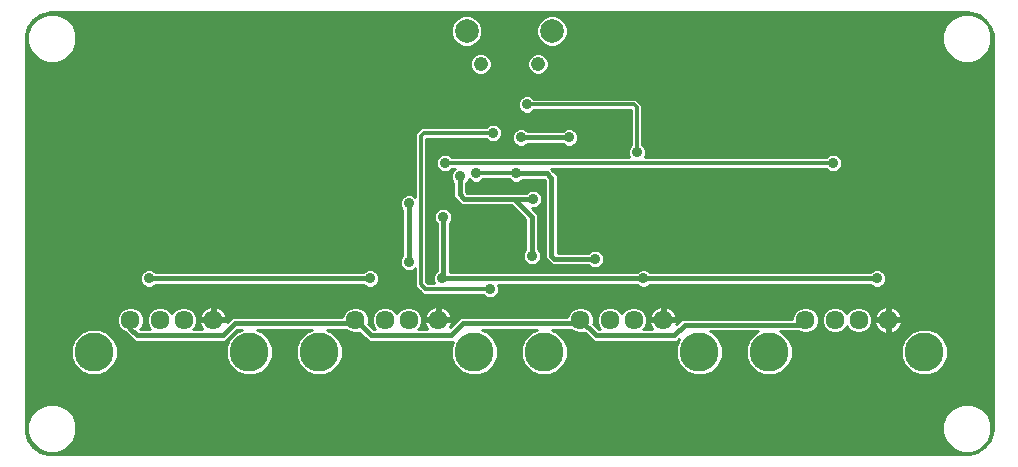
<source format=gbl>
G75*
%MOIN*%
%OFA0B0*%
%FSLAX24Y24*%
%IPPOS*%
%LPD*%
%AMOC8*
5,1,8,0,0,1.08239X$1,22.5*
%
%ADD10C,0.0634*%
%ADD11C,0.1300*%
%ADD12C,0.0476*%
%ADD13C,0.0787*%
%ADD14C,0.0100*%
%ADD15C,0.0350*%
%ADD16C,0.0160*%
%ADD17C,0.0120*%
D10*
X003847Y010714D03*
X004831Y010714D03*
X005619Y010714D03*
X006603Y010714D03*
X011347Y010714D03*
X012331Y010714D03*
X013119Y010714D03*
X014103Y010714D03*
X018847Y010714D03*
X019831Y010714D03*
X020619Y010714D03*
X021603Y010714D03*
X026347Y010714D03*
X027331Y010714D03*
X028119Y010714D03*
X029103Y010714D03*
D11*
X030312Y009647D03*
X025138Y009647D03*
X022812Y009647D03*
X017638Y009647D03*
X015312Y009647D03*
X010138Y009647D03*
X007812Y009647D03*
X002638Y009647D03*
D12*
X015520Y019248D03*
X017430Y019248D03*
D13*
X017896Y020350D03*
X015054Y020350D03*
D14*
X001089Y006241D02*
X000830Y006325D01*
X000610Y006485D01*
X000450Y006705D01*
X000366Y006964D01*
X000359Y007044D01*
X000360Y007044D01*
X000360Y020156D01*
X000359Y020156D01*
X000366Y020236D01*
X000450Y020495D01*
X000610Y020715D01*
X000830Y020875D01*
X000953Y020875D01*
X001062Y020920D02*
X000761Y020795D01*
X000761Y020795D01*
X000530Y020564D01*
X000405Y020263D01*
X000405Y019937D01*
X000530Y019636D01*
X000530Y019636D01*
X000761Y019405D01*
X001062Y019280D01*
X001262Y019280D01*
X001388Y019280D01*
X001388Y019280D01*
X001689Y019405D01*
X001689Y019405D01*
X001920Y019636D01*
X002045Y019937D01*
X002045Y020263D01*
X001920Y020564D01*
X001920Y020564D01*
X001689Y020795D01*
X001388Y020920D01*
X001062Y020920D01*
X001089Y020959D02*
X001169Y020966D01*
X001169Y020965D01*
X031781Y020965D01*
X031781Y020966D01*
X031861Y020959D01*
X032120Y020875D01*
X031997Y020875D01*
X031888Y020920D02*
X032189Y020795D01*
X032189Y020795D01*
X032420Y020564D01*
X032420Y020564D01*
X032545Y020263D01*
X032545Y019937D01*
X032420Y019636D01*
X032420Y019636D01*
X032189Y019405D01*
X032189Y019405D01*
X031888Y019280D01*
X031762Y019280D01*
X031562Y019280D01*
X031261Y019405D01*
X031261Y019405D01*
X031030Y019636D01*
X030905Y019937D01*
X030905Y020263D01*
X031030Y020564D01*
X031030Y020564D01*
X031261Y020795D01*
X031261Y020795D01*
X031562Y020920D01*
X031888Y020920D01*
X032120Y020875D02*
X032340Y020715D01*
X032500Y020495D01*
X032584Y020236D01*
X032591Y020156D01*
X032590Y020156D01*
X032590Y007057D01*
X032580Y006963D01*
X032485Y006698D01*
X032313Y006475D01*
X032080Y006316D01*
X031809Y006237D01*
X031723Y006233D01*
X031720Y006235D01*
X001169Y006235D01*
X001169Y006234D01*
X001089Y006241D01*
X001062Y006280D02*
X000761Y006405D01*
X000761Y006405D01*
X000530Y006636D01*
X000530Y006636D01*
X000405Y006937D01*
X000405Y007263D01*
X000530Y007564D01*
X000530Y007564D01*
X000761Y007795D01*
X000761Y007795D01*
X001062Y007920D01*
X001388Y007920D01*
X001689Y007795D01*
X001689Y007795D01*
X001920Y007564D01*
X002045Y007263D01*
X002045Y007263D01*
X002045Y006937D01*
X001920Y006636D01*
X001920Y006636D01*
X001689Y006405D01*
X001689Y006405D01*
X001388Y006280D01*
X001188Y006280D01*
X001062Y006280D01*
X001021Y006297D02*
X000916Y006297D01*
X000783Y006396D02*
X000733Y006396D01*
X000671Y006494D02*
X000603Y006494D01*
X000573Y006593D02*
X000532Y006593D01*
X000507Y006691D02*
X000460Y006691D01*
X000466Y006790D02*
X000422Y006790D01*
X000425Y006888D02*
X000390Y006888D01*
X000405Y006987D02*
X000364Y006987D01*
X000360Y007085D02*
X000405Y007085D01*
X000405Y007184D02*
X000360Y007184D01*
X000360Y007282D02*
X000413Y007282D01*
X000454Y007381D02*
X000360Y007381D01*
X000360Y007479D02*
X000494Y007479D01*
X000543Y007578D02*
X000360Y007578D01*
X000360Y007676D02*
X000641Y007676D01*
X000740Y007775D02*
X000360Y007775D01*
X000360Y007873D02*
X000948Y007873D01*
X000360Y007972D02*
X032590Y007972D01*
X032590Y008070D02*
X000360Y008070D01*
X000360Y008169D02*
X032590Y008169D01*
X032590Y008267D02*
X000360Y008267D01*
X000360Y008366D02*
X032590Y008366D01*
X032590Y008464D02*
X000360Y008464D01*
X000360Y008563D02*
X032590Y008563D01*
X032590Y008661D02*
X000360Y008661D01*
X000360Y008760D02*
X032590Y008760D01*
X032590Y008858D02*
X000360Y008858D01*
X000360Y008957D02*
X002268Y008957D01*
X002197Y008986D02*
X002483Y008867D01*
X002793Y008867D01*
X003080Y008986D01*
X003300Y009205D01*
X003418Y009492D01*
X003418Y009802D01*
X003300Y010089D01*
X003080Y010309D01*
X002793Y010427D01*
X002483Y010427D01*
X002197Y010309D01*
X001977Y010089D01*
X001858Y009802D01*
X001858Y009492D01*
X001977Y009205D01*
X002197Y008986D01*
X002128Y009055D02*
X000360Y009055D01*
X000360Y009154D02*
X002029Y009154D01*
X001958Y009252D02*
X000360Y009252D01*
X000360Y009351D02*
X001917Y009351D01*
X001876Y009449D02*
X000360Y009449D01*
X000360Y009548D02*
X001858Y009548D01*
X001858Y009646D02*
X000360Y009646D01*
X000360Y009745D02*
X001858Y009745D01*
X001875Y009843D02*
X000360Y009843D01*
X000360Y009942D02*
X001916Y009942D01*
X001957Y010040D02*
X000360Y010040D01*
X000360Y010139D02*
X002026Y010139D01*
X002125Y010237D02*
X000360Y010237D01*
X000360Y010336D02*
X002262Y010336D01*
X003015Y010336D02*
X003594Y010336D01*
X003594Y010335D02*
X003677Y010301D01*
X003865Y010113D01*
X003988Y009990D01*
X007012Y009990D01*
X007412Y010390D01*
X007566Y010390D01*
X007370Y010309D01*
X007150Y010089D01*
X007032Y009802D01*
X007032Y009492D01*
X007150Y009205D01*
X007370Y008986D01*
X007657Y008867D01*
X007967Y008867D01*
X008253Y008986D01*
X008473Y009205D01*
X008592Y009492D01*
X008592Y009802D01*
X008473Y010089D01*
X008253Y010309D01*
X008057Y010390D01*
X009893Y010390D01*
X009697Y010309D01*
X009477Y010089D01*
X009358Y009802D01*
X009358Y009492D01*
X009477Y009205D01*
X009697Y008986D01*
X009983Y008867D01*
X010293Y008867D01*
X010580Y008986D01*
X010800Y009205D01*
X010918Y009492D01*
X010918Y009802D01*
X010800Y010089D01*
X010580Y010309D01*
X010384Y010390D01*
X011039Y010390D01*
X011094Y010335D01*
X011258Y010267D01*
X011436Y010267D01*
X011487Y010289D01*
X011550Y010228D01*
X011665Y010113D01*
X011788Y009990D01*
X014609Y009990D01*
X014532Y009802D01*
X014532Y009492D01*
X014650Y009205D01*
X014870Y008986D01*
X015157Y008867D01*
X015467Y008867D01*
X015753Y008986D01*
X015973Y009205D01*
X016092Y009492D01*
X016092Y009802D01*
X015973Y010089D01*
X015753Y010309D01*
X015557Y010390D01*
X017393Y010390D01*
X017197Y010309D01*
X016977Y010089D01*
X016858Y009802D01*
X016858Y009492D01*
X016977Y009205D01*
X017197Y008986D01*
X017483Y008867D01*
X017793Y008867D01*
X018080Y008986D01*
X018300Y009205D01*
X018418Y009492D01*
X018418Y009802D01*
X018300Y010089D01*
X018080Y010309D01*
X017884Y010390D01*
X018539Y010390D01*
X018594Y010335D01*
X018758Y010267D01*
X018936Y010267D01*
X018989Y010289D01*
X019165Y010113D01*
X019288Y009990D01*
X022062Y009990D01*
X022143Y010071D01*
X022032Y009802D01*
X022032Y009492D01*
X022150Y009205D01*
X022370Y008986D01*
X022657Y008867D01*
X022967Y008867D01*
X023253Y008986D01*
X023473Y009205D01*
X023592Y009492D01*
X023592Y009802D01*
X023473Y010089D01*
X023253Y010309D01*
X023178Y010340D01*
X024772Y010340D01*
X024697Y010309D01*
X024477Y010089D01*
X024358Y009802D01*
X024358Y009492D01*
X024477Y009205D01*
X024697Y008986D01*
X024983Y008867D01*
X025293Y008867D01*
X025580Y008986D01*
X025800Y009205D01*
X025918Y009492D01*
X025918Y009802D01*
X025800Y010089D01*
X025580Y010309D01*
X025504Y010340D01*
X026089Y010340D01*
X026094Y010335D01*
X026258Y010267D01*
X026436Y010267D01*
X026600Y010335D01*
X026726Y010461D01*
X026794Y010625D01*
X026794Y010803D01*
X026726Y010967D01*
X026600Y011093D01*
X026436Y011161D01*
X026258Y011161D01*
X026094Y011093D01*
X025968Y010967D01*
X025900Y010803D01*
X025900Y010760D01*
X022238Y010760D01*
X022115Y010637D01*
X022047Y010569D01*
X022058Y010605D01*
X022068Y010666D01*
X021651Y010666D01*
X021651Y010763D01*
X021555Y010763D01*
X021555Y011179D01*
X021494Y011170D01*
X021424Y011147D01*
X021358Y011113D01*
X021299Y011070D01*
X021247Y011018D01*
X021204Y010959D01*
X021170Y010893D01*
X021148Y010824D01*
X021138Y010763D01*
X021555Y010763D01*
X021555Y010666D01*
X021138Y010666D01*
X021148Y010605D01*
X021170Y010535D01*
X021204Y010470D01*
X021247Y010410D01*
X020946Y010410D01*
X020998Y010461D01*
X021066Y010625D01*
X021066Y010803D01*
X020998Y010967D01*
X020872Y011093D01*
X020708Y011161D01*
X020530Y011161D01*
X020366Y011093D01*
X020240Y010967D01*
X020225Y010931D01*
X020210Y010967D01*
X020084Y011093D01*
X019920Y011161D01*
X019742Y011161D01*
X019578Y011093D01*
X019452Y010967D01*
X019384Y010803D01*
X019384Y010625D01*
X019452Y010461D01*
X019504Y010410D01*
X019462Y010410D01*
X019280Y010592D01*
X019294Y010625D01*
X019294Y010803D01*
X019226Y010967D01*
X019100Y011093D01*
X018936Y011161D01*
X018758Y011161D01*
X018594Y011093D01*
X018468Y010967D01*
X018403Y010810D01*
X014838Y010810D01*
X014715Y010687D01*
X014507Y010479D01*
X014536Y010535D01*
X014558Y010605D01*
X014568Y010666D01*
X014151Y010666D01*
X014151Y010763D01*
X014055Y010763D01*
X014055Y011179D01*
X013994Y011170D01*
X013924Y011147D01*
X013858Y011113D01*
X013799Y011070D01*
X013747Y011018D01*
X013704Y010959D01*
X013670Y010893D01*
X013648Y010824D01*
X013638Y010763D01*
X014055Y010763D01*
X014055Y010666D01*
X013638Y010666D01*
X013648Y010605D01*
X013670Y010535D01*
X013704Y010470D01*
X013747Y010410D01*
X013446Y010410D01*
X013498Y010461D01*
X013566Y010625D01*
X013566Y010803D01*
X013498Y010967D01*
X013372Y011093D01*
X013208Y011161D01*
X013030Y011161D01*
X012866Y011093D01*
X012740Y010967D01*
X012725Y010931D01*
X012710Y010967D01*
X012584Y011093D01*
X012420Y011161D01*
X012242Y011161D01*
X012078Y011093D01*
X011952Y010967D01*
X011884Y010803D01*
X011884Y010625D01*
X011952Y010461D01*
X012004Y010410D01*
X011962Y010410D01*
X011905Y010467D01*
X011905Y010469D01*
X011844Y010528D01*
X011784Y010588D01*
X011782Y010588D01*
X011779Y010590D01*
X011794Y010625D01*
X011794Y010803D01*
X011726Y010967D01*
X011600Y011093D01*
X011436Y011161D01*
X011258Y011161D01*
X011094Y011093D01*
X010968Y010967D01*
X010903Y010810D01*
X007238Y010810D01*
X007115Y010687D01*
X007063Y010635D01*
X007068Y010666D01*
X006651Y010666D01*
X006651Y010763D01*
X006555Y010763D01*
X006555Y011179D01*
X006494Y011170D01*
X006424Y011147D01*
X006358Y011113D01*
X006299Y011070D01*
X006247Y011018D01*
X006204Y010959D01*
X006170Y010893D01*
X006148Y010824D01*
X006138Y010763D01*
X006555Y010763D01*
X006555Y010666D01*
X006138Y010666D01*
X006148Y010605D01*
X006170Y010535D01*
X006204Y010470D01*
X006247Y010410D01*
X005946Y010410D01*
X005998Y010461D01*
X006066Y010625D01*
X006066Y010803D01*
X005998Y010967D01*
X005872Y011093D01*
X005708Y011161D01*
X005530Y011161D01*
X005366Y011093D01*
X005240Y010967D01*
X005225Y010931D01*
X005210Y010967D01*
X005084Y011093D01*
X004920Y011161D01*
X004742Y011161D01*
X004578Y011093D01*
X004452Y010967D01*
X004384Y010803D01*
X004384Y010625D01*
X004452Y010461D01*
X004504Y010410D01*
X004175Y010410D01*
X004226Y010461D01*
X004294Y010625D01*
X004294Y010803D01*
X004226Y010967D01*
X004100Y011093D01*
X003936Y011161D01*
X003758Y011161D01*
X003594Y011093D01*
X003468Y010967D01*
X003400Y010803D01*
X003400Y010625D01*
X003468Y010461D01*
X003594Y010335D01*
X003495Y010434D02*
X000360Y010434D01*
X000360Y010533D02*
X003439Y010533D01*
X003400Y010631D02*
X000360Y010631D01*
X000360Y010730D02*
X003400Y010730D01*
X003410Y010828D02*
X000360Y010828D01*
X000360Y010927D02*
X003451Y010927D01*
X003526Y011025D02*
X000360Y011025D01*
X000360Y011124D02*
X003667Y011124D01*
X004027Y011124D02*
X004652Y011124D01*
X004510Y011025D02*
X004168Y011025D01*
X004243Y010927D02*
X004436Y010927D01*
X004395Y010828D02*
X004284Y010828D01*
X004294Y010730D02*
X004384Y010730D01*
X004384Y010631D02*
X004294Y010631D01*
X004255Y010533D02*
X004423Y010533D01*
X004480Y010434D02*
X004199Y010434D01*
X003741Y010237D02*
X003152Y010237D01*
X003250Y010139D02*
X003840Y010139D01*
X003938Y010040D02*
X003320Y010040D01*
X003361Y009942D02*
X007089Y009942D01*
X007062Y010040D02*
X007130Y010040D01*
X007160Y010139D02*
X007200Y010139D01*
X007259Y010237D02*
X007298Y010237D01*
X007357Y010336D02*
X007435Y010336D01*
X007158Y010730D02*
X006651Y010730D01*
X006651Y010763D02*
X007068Y010763D01*
X007058Y010824D01*
X007036Y010893D01*
X007002Y010959D01*
X006959Y011018D01*
X006907Y011070D01*
X006848Y011113D01*
X006782Y011147D01*
X006712Y011170D01*
X006651Y011179D01*
X006651Y010763D01*
X006651Y010828D02*
X006555Y010828D01*
X006555Y010730D02*
X006066Y010730D01*
X006055Y010828D02*
X006149Y010828D01*
X006187Y010927D02*
X006014Y010927D01*
X005940Y011025D02*
X006254Y011025D01*
X006378Y011124D02*
X005798Y011124D01*
X005439Y011124D02*
X005011Y011124D01*
X005152Y011025D02*
X005298Y011025D01*
X006066Y010631D02*
X006143Y010631D01*
X006172Y010533D02*
X006027Y010533D01*
X005970Y010434D02*
X006230Y010434D01*
X006247Y010410D02*
X006247Y010410D01*
X006555Y010927D02*
X006651Y010927D01*
X006651Y011025D02*
X006555Y011025D01*
X006555Y011124D02*
X006651Y011124D01*
X006828Y011124D02*
X011167Y011124D01*
X011026Y011025D02*
X006952Y011025D01*
X007019Y010927D02*
X010951Y010927D01*
X010910Y010828D02*
X007057Y010828D01*
X008188Y010336D02*
X009762Y010336D01*
X009625Y010237D02*
X008325Y010237D01*
X008424Y010139D02*
X009526Y010139D01*
X009457Y010040D02*
X008493Y010040D01*
X008534Y009942D02*
X009416Y009942D01*
X009375Y009843D02*
X008575Y009843D01*
X008592Y009745D02*
X009358Y009745D01*
X009358Y009646D02*
X008592Y009646D01*
X008592Y009548D02*
X009358Y009548D01*
X009376Y009449D02*
X008574Y009449D01*
X008533Y009351D02*
X009417Y009351D01*
X009458Y009252D02*
X008492Y009252D01*
X008421Y009154D02*
X009529Y009154D01*
X009628Y009055D02*
X008322Y009055D01*
X008182Y008957D02*
X009768Y008957D01*
X010509Y008957D02*
X014941Y008957D01*
X014801Y009055D02*
X010649Y009055D01*
X010748Y009154D02*
X014702Y009154D01*
X014631Y009252D02*
X010819Y009252D01*
X010860Y009351D02*
X014590Y009351D01*
X014550Y009449D02*
X010900Y009449D01*
X010918Y009548D02*
X014532Y009548D01*
X014532Y009646D02*
X010918Y009646D01*
X010918Y009745D02*
X014532Y009745D01*
X014548Y009843D02*
X010902Y009843D01*
X010861Y009942D02*
X014589Y009942D01*
X014561Y010533D02*
X014534Y010533D01*
X014562Y010631D02*
X014659Y010631D01*
X014758Y010730D02*
X014151Y010730D01*
X014151Y010763D02*
X014568Y010763D01*
X014558Y010824D01*
X014536Y010893D01*
X014502Y010959D01*
X014459Y011018D01*
X014407Y011070D01*
X014348Y011113D01*
X014282Y011147D01*
X014212Y011170D01*
X014151Y011179D01*
X014151Y010763D01*
X014151Y010828D02*
X014055Y010828D01*
X014055Y010730D02*
X013566Y010730D01*
X013555Y010828D02*
X013649Y010828D01*
X013687Y010927D02*
X013514Y010927D01*
X013440Y011025D02*
X013754Y011025D01*
X013878Y011124D02*
X013298Y011124D01*
X012939Y011124D02*
X012511Y011124D01*
X012652Y011025D02*
X012798Y011025D01*
X012152Y011124D02*
X011527Y011124D01*
X011668Y011025D02*
X012010Y011025D01*
X011936Y010927D02*
X011743Y010927D01*
X011784Y010828D02*
X011895Y010828D01*
X011884Y010730D02*
X011794Y010730D01*
X011794Y010631D02*
X011884Y010631D01*
X011923Y010533D02*
X011839Y010533D01*
X011938Y010434D02*
X011980Y010434D01*
X011541Y010237D02*
X010652Y010237D01*
X010750Y010139D02*
X011640Y010139D01*
X011738Y010040D02*
X010820Y010040D01*
X011094Y010336D02*
X010515Y010336D01*
X011652Y011841D02*
X011764Y011795D01*
X011886Y011795D01*
X011998Y011841D01*
X012084Y011927D01*
X012130Y012039D01*
X012130Y012161D01*
X012084Y012273D01*
X011998Y012359D01*
X011886Y012405D01*
X011764Y012405D01*
X011652Y012359D01*
X011604Y012310D01*
X004696Y012310D01*
X004648Y012359D01*
X004536Y012405D01*
X004414Y012405D01*
X004302Y012359D01*
X004216Y012273D01*
X004170Y012161D01*
X004170Y012039D01*
X004216Y011927D01*
X004302Y011841D01*
X004414Y011795D01*
X004536Y011795D01*
X004648Y011841D01*
X004696Y011890D01*
X011604Y011890D01*
X011652Y011841D01*
X011721Y011813D02*
X004579Y011813D01*
X004371Y011813D02*
X000360Y011813D01*
X000360Y011715D02*
X013442Y011715D01*
X013485Y011671D02*
X013596Y011560D01*
X015584Y011560D01*
X015652Y011491D01*
X015764Y011445D01*
X015886Y011445D01*
X015998Y011491D01*
X016084Y011577D01*
X016130Y011689D01*
X016130Y011811D01*
X016097Y011890D01*
X020724Y011890D01*
X020772Y011841D01*
X020884Y011795D01*
X021006Y011795D01*
X021118Y011841D01*
X021166Y011890D01*
X028504Y011890D01*
X028552Y011841D01*
X028664Y011795D01*
X028786Y011795D01*
X028898Y011841D01*
X028984Y011927D01*
X029030Y012039D01*
X029030Y012161D01*
X028984Y012273D01*
X028898Y012359D01*
X028786Y012405D01*
X028664Y012405D01*
X028552Y012359D01*
X028504Y012310D01*
X021166Y012310D01*
X021118Y012359D01*
X021006Y012405D01*
X020884Y012405D01*
X020772Y012359D01*
X020724Y012310D01*
X014485Y012310D01*
X014485Y013929D01*
X014534Y013977D01*
X014580Y014089D01*
X014580Y014211D01*
X014534Y014323D01*
X014448Y014409D01*
X014336Y014455D01*
X014214Y014455D01*
X014102Y014409D01*
X014016Y014323D01*
X013970Y014211D01*
X013970Y014089D01*
X014016Y013977D01*
X014065Y013929D01*
X014065Y012364D01*
X014052Y012359D01*
X013966Y012273D01*
X013920Y012161D01*
X013920Y012039D01*
X013961Y011940D01*
X013754Y011940D01*
X013715Y011979D01*
X013715Y016760D01*
X015684Y016760D01*
X015752Y016691D01*
X015864Y016645D01*
X015986Y016645D01*
X016098Y016691D01*
X016184Y016777D01*
X016230Y016889D01*
X016230Y017011D01*
X016184Y017123D01*
X016098Y017209D01*
X015986Y017255D01*
X015864Y017255D01*
X015752Y017209D01*
X015684Y017140D01*
X013546Y017140D01*
X013446Y017040D01*
X013335Y016929D01*
X013335Y014821D01*
X013298Y014859D01*
X013186Y014905D01*
X013064Y014905D01*
X012952Y014859D01*
X012866Y014773D01*
X012820Y014661D01*
X012820Y014539D01*
X012866Y014427D01*
X012915Y014379D01*
X012915Y012871D01*
X012866Y012823D01*
X012820Y012711D01*
X012820Y012589D01*
X012866Y012477D01*
X012952Y012391D01*
X013064Y012345D01*
X013186Y012345D01*
X013298Y012391D01*
X013335Y012429D01*
X013335Y011821D01*
X013485Y011671D01*
X013540Y011616D02*
X000360Y011616D01*
X000360Y011518D02*
X015626Y011518D01*
X016024Y011518D02*
X032590Y011518D01*
X032590Y011616D02*
X016100Y011616D01*
X016130Y011715D02*
X032590Y011715D01*
X032590Y011813D02*
X028829Y011813D01*
X028968Y011912D02*
X032590Y011912D01*
X032590Y012010D02*
X029018Y012010D01*
X029030Y012109D02*
X032590Y012109D01*
X032590Y012207D02*
X029011Y012207D01*
X028951Y012306D02*
X032590Y012306D01*
X032590Y012404D02*
X028788Y012404D01*
X028662Y012404D02*
X021008Y012404D01*
X020882Y012404D02*
X014485Y012404D01*
X014485Y012503D02*
X019141Y012503D01*
X019152Y012491D02*
X019264Y012445D01*
X019386Y012445D01*
X019498Y012491D01*
X019584Y012577D01*
X019630Y012689D01*
X019630Y012811D01*
X019584Y012923D01*
X019498Y013009D01*
X019386Y013055D01*
X019264Y013055D01*
X019152Y013009D01*
X019104Y012960D01*
X018085Y012960D01*
X018085Y015537D01*
X017935Y015687D01*
X017862Y015760D01*
X027034Y015760D01*
X027102Y015691D01*
X027214Y015645D01*
X027336Y015645D01*
X027448Y015691D01*
X027534Y015777D01*
X027580Y015889D01*
X027580Y016011D01*
X027534Y016123D01*
X027448Y016209D01*
X027336Y016255D01*
X027214Y016255D01*
X027102Y016209D01*
X027034Y016140D01*
X020989Y016140D01*
X021030Y016239D01*
X021030Y016361D01*
X020984Y016473D01*
X020915Y016541D01*
X032590Y016541D01*
X032590Y016443D02*
X020996Y016443D01*
X021030Y016344D02*
X032590Y016344D01*
X032590Y016246D02*
X027359Y016246D01*
X027191Y016246D02*
X021030Y016246D01*
X020992Y016147D02*
X027041Y016147D01*
X027041Y015753D02*
X017869Y015753D01*
X017967Y015655D02*
X027191Y015655D01*
X027359Y015655D02*
X032590Y015655D01*
X032590Y015753D02*
X027509Y015753D01*
X027564Y015852D02*
X032590Y015852D01*
X032590Y015950D02*
X027580Y015950D01*
X027564Y016049D02*
X032590Y016049D01*
X032590Y016147D02*
X027509Y016147D01*
X031278Y019398D02*
X017766Y019398D01*
X017742Y019456D02*
X017638Y019560D01*
X017503Y019616D01*
X017357Y019616D01*
X017221Y019560D01*
X017118Y019456D01*
X017062Y019321D01*
X017062Y019174D01*
X017118Y019039D01*
X017221Y018936D01*
X017357Y018880D01*
X017503Y018880D01*
X017638Y018936D01*
X017742Y019039D01*
X017798Y019174D01*
X017798Y019321D01*
X017742Y019456D01*
X017702Y019496D02*
X031169Y019496D01*
X031071Y019595D02*
X017554Y019595D01*
X017305Y019595D02*
X015645Y019595D01*
X015593Y019616D02*
X015447Y019616D01*
X015312Y019560D01*
X015208Y019456D01*
X015152Y019321D01*
X015152Y019174D01*
X015208Y019039D01*
X015312Y018936D01*
X015447Y018880D01*
X015593Y018880D01*
X015729Y018936D01*
X015832Y019039D01*
X015888Y019174D01*
X015888Y019321D01*
X015832Y019456D01*
X015729Y019560D01*
X015593Y019616D01*
X015396Y019595D02*
X001879Y019595D01*
X001920Y019636D02*
X001920Y019636D01*
X001944Y019693D02*
X031006Y019693D01*
X031030Y019636D02*
X031030Y019636D01*
X030965Y019792D02*
X001985Y019792D01*
X002026Y019890D02*
X014796Y019890D01*
X014757Y019906D02*
X014950Y019826D01*
X015158Y019826D01*
X015350Y019906D01*
X015498Y020053D01*
X015577Y020246D01*
X015577Y020454D01*
X015498Y020647D01*
X015350Y020794D01*
X015158Y020874D01*
X014950Y020874D01*
X014757Y020794D01*
X014610Y020647D01*
X014530Y020454D01*
X014530Y020246D01*
X014610Y020053D01*
X014757Y019906D01*
X014675Y019989D02*
X002045Y019989D01*
X002045Y020087D02*
X014596Y020087D01*
X014555Y020186D02*
X002045Y020186D01*
X002036Y020284D02*
X014530Y020284D01*
X014530Y020383D02*
X001996Y020383D01*
X001955Y020481D02*
X014541Y020481D01*
X014582Y020580D02*
X001905Y020580D01*
X001807Y020678D02*
X014641Y020678D01*
X014740Y020777D02*
X001708Y020777D01*
X001689Y020795D02*
X001689Y020795D01*
X001497Y020875D02*
X031453Y020875D01*
X031242Y020777D02*
X018210Y020777D01*
X018193Y020794D02*
X018000Y020874D01*
X017792Y020874D01*
X017600Y020794D01*
X017452Y020647D01*
X017373Y020454D01*
X017373Y020246D01*
X017452Y020053D01*
X017600Y019906D01*
X017792Y019826D01*
X018000Y019826D01*
X018193Y019906D01*
X018340Y020053D01*
X018420Y020246D01*
X018420Y020454D01*
X018340Y020647D01*
X018193Y020794D01*
X018309Y020678D02*
X031143Y020678D01*
X031045Y020580D02*
X018368Y020580D01*
X018409Y020481D02*
X030995Y020481D01*
X030954Y020383D02*
X018420Y020383D01*
X018420Y020284D02*
X030914Y020284D01*
X030905Y020186D02*
X018395Y020186D01*
X018354Y020087D02*
X030905Y020087D01*
X030905Y019989D02*
X018275Y019989D01*
X018154Y019890D02*
X030924Y019890D01*
X031516Y019299D02*
X017798Y019299D01*
X017798Y019201D02*
X032590Y019201D01*
X032590Y019299D02*
X031934Y019299D01*
X031888Y019280D02*
X031888Y019280D01*
X032172Y019398D02*
X032590Y019398D01*
X032590Y019496D02*
X032281Y019496D01*
X032379Y019595D02*
X032590Y019595D01*
X032590Y019693D02*
X032444Y019693D01*
X032485Y019792D02*
X032590Y019792D01*
X032590Y019890D02*
X032526Y019890D01*
X032545Y019989D02*
X032590Y019989D01*
X032590Y020087D02*
X032545Y020087D01*
X032545Y020186D02*
X032588Y020186D01*
X032569Y020284D02*
X032536Y020284D01*
X032537Y020383D02*
X032496Y020383D01*
X032505Y020481D02*
X032455Y020481D01*
X032439Y020580D02*
X032405Y020580D01*
X032367Y020678D02*
X032307Y020678D01*
X032256Y020777D02*
X032208Y020777D01*
X032590Y019102D02*
X017768Y019102D01*
X017706Y019004D02*
X032590Y019004D01*
X032590Y018905D02*
X017565Y018905D01*
X017295Y018905D02*
X015655Y018905D01*
X015797Y019004D02*
X017153Y019004D01*
X017092Y019102D02*
X015858Y019102D01*
X015888Y019201D02*
X017062Y019201D01*
X017062Y019299D02*
X015888Y019299D01*
X015857Y019398D02*
X017093Y019398D01*
X017158Y019496D02*
X015792Y019496D01*
X015248Y019496D02*
X001781Y019496D01*
X001672Y019398D02*
X015184Y019398D01*
X015152Y019299D02*
X001434Y019299D01*
X001016Y019299D02*
X000360Y019299D01*
X000360Y019201D02*
X015152Y019201D01*
X015182Y019102D02*
X000360Y019102D01*
X000360Y019004D02*
X015244Y019004D01*
X015385Y018905D02*
X000360Y018905D01*
X000360Y018807D02*
X032590Y018807D01*
X032590Y018708D02*
X000360Y018708D01*
X000360Y018610D02*
X032590Y018610D01*
X032590Y018511D02*
X000360Y018511D01*
X000360Y018413D02*
X032590Y018413D01*
X032590Y018314D02*
X000360Y018314D01*
X000360Y018216D02*
X032590Y018216D01*
X032590Y018117D02*
X017289Y018117D01*
X017316Y018090D02*
X017248Y018159D01*
X017136Y018205D01*
X017014Y018205D01*
X016902Y018159D01*
X016816Y018073D01*
X016770Y017961D01*
X016770Y017839D01*
X016816Y017727D01*
X016902Y017641D01*
X017014Y017595D01*
X017136Y017595D01*
X017248Y017641D01*
X017316Y017710D01*
X020535Y017710D01*
X020535Y016541D01*
X018647Y016541D01*
X018648Y016541D02*
X018734Y016627D01*
X018780Y016739D01*
X018780Y016861D01*
X018734Y016973D01*
X018648Y017059D01*
X018536Y017105D01*
X018414Y017105D01*
X018302Y017059D01*
X018254Y017010D01*
X017096Y017010D01*
X017048Y017059D01*
X016936Y017105D01*
X016814Y017105D01*
X016702Y017059D01*
X016616Y016973D01*
X016570Y016861D01*
X016570Y016739D01*
X016616Y016627D01*
X016702Y016541D01*
X016814Y016495D01*
X016936Y016495D01*
X017048Y016541D01*
X017096Y016590D01*
X018254Y016590D01*
X018302Y016541D01*
X018414Y016495D01*
X018536Y016495D01*
X018648Y016541D01*
X018739Y016640D02*
X020535Y016640D01*
X020535Y016738D02*
X018779Y016738D01*
X018780Y016837D02*
X020535Y016837D01*
X020535Y016935D02*
X018749Y016935D01*
X018673Y017034D02*
X020535Y017034D01*
X020535Y017132D02*
X016174Y017132D01*
X016221Y017034D02*
X016677Y017034D01*
X016601Y016935D02*
X016230Y016935D01*
X016208Y016837D02*
X016570Y016837D01*
X016571Y016738D02*
X016144Y016738D01*
X015706Y016738D02*
X013715Y016738D01*
X013715Y016640D02*
X016611Y016640D01*
X016703Y016541D02*
X013715Y016541D01*
X013715Y016443D02*
X020454Y016443D01*
X020466Y016473D02*
X020420Y016361D01*
X020420Y016239D01*
X020461Y016140D01*
X014566Y016140D01*
X014498Y016209D01*
X014386Y016255D01*
X014264Y016255D01*
X014152Y016209D01*
X014066Y016123D01*
X014020Y016011D01*
X014020Y015889D01*
X014066Y015777D01*
X014152Y015691D01*
X014264Y015645D01*
X014386Y015645D01*
X014498Y015691D01*
X014566Y015760D01*
X014656Y015760D01*
X014652Y015759D01*
X014566Y015673D01*
X014520Y015561D01*
X014520Y015439D01*
X014566Y015327D01*
X014615Y015279D01*
X014615Y014813D01*
X014738Y014690D01*
X014888Y014540D01*
X016538Y014540D01*
X017015Y014063D01*
X017015Y013071D01*
X016966Y013023D01*
X016920Y012911D01*
X016920Y012789D01*
X016966Y012677D01*
X017052Y012591D01*
X017164Y012545D01*
X017286Y012545D01*
X017398Y012591D01*
X017484Y012677D01*
X017530Y012789D01*
X017530Y012911D01*
X017484Y013023D01*
X017435Y013071D01*
X017435Y014237D01*
X017227Y014445D01*
X017336Y014445D01*
X017448Y014491D01*
X017534Y014577D01*
X017580Y014689D01*
X017580Y014811D01*
X017534Y014923D01*
X017448Y015009D01*
X017336Y015055D01*
X017214Y015055D01*
X017102Y015009D01*
X017054Y014960D01*
X015062Y014960D01*
X015035Y014987D01*
X015035Y015279D01*
X015084Y015327D01*
X015122Y015421D01*
X015202Y015341D01*
X015314Y015295D01*
X015436Y015295D01*
X015548Y015341D01*
X015616Y015410D01*
X016464Y015410D01*
X016532Y015341D01*
X016644Y015295D01*
X016766Y015295D01*
X016878Y015341D01*
X016926Y015390D01*
X017638Y015390D01*
X017665Y015363D01*
X017665Y012763D01*
X017788Y012640D01*
X017888Y012540D01*
X019104Y012540D01*
X019152Y012491D01*
X019509Y012503D02*
X032590Y012503D01*
X032590Y012601D02*
X019593Y012601D01*
X019630Y012700D02*
X032590Y012700D01*
X032590Y012798D02*
X019630Y012798D01*
X019594Y012897D02*
X032590Y012897D01*
X032590Y012995D02*
X019511Y012995D01*
X019139Y012995D02*
X018085Y012995D01*
X018085Y013094D02*
X032590Y013094D01*
X032590Y013192D02*
X018085Y013192D01*
X018085Y013291D02*
X032590Y013291D01*
X032590Y013389D02*
X018085Y013389D01*
X018085Y013488D02*
X032590Y013488D01*
X032590Y013586D02*
X018085Y013586D01*
X018085Y013685D02*
X032590Y013685D01*
X032590Y013783D02*
X018085Y013783D01*
X018085Y013882D02*
X032590Y013882D01*
X032590Y013980D02*
X018085Y013980D01*
X018085Y014079D02*
X032590Y014079D01*
X032590Y014177D02*
X018085Y014177D01*
X018085Y014276D02*
X032590Y014276D01*
X032590Y014374D02*
X018085Y014374D01*
X018085Y014473D02*
X032590Y014473D01*
X032590Y014571D02*
X018085Y014571D01*
X018085Y014670D02*
X032590Y014670D01*
X032590Y014768D02*
X018085Y014768D01*
X018085Y014867D02*
X032590Y014867D01*
X032590Y014965D02*
X018085Y014965D01*
X018085Y015064D02*
X032590Y015064D01*
X032590Y015162D02*
X018085Y015162D01*
X018085Y015261D02*
X032590Y015261D01*
X032590Y015359D02*
X018085Y015359D01*
X018085Y015458D02*
X032590Y015458D01*
X032590Y015556D02*
X018066Y015556D01*
X017665Y015359D02*
X016895Y015359D01*
X016515Y015359D02*
X015565Y015359D01*
X015185Y015359D02*
X015097Y015359D01*
X015035Y015261D02*
X017665Y015261D01*
X017665Y015162D02*
X015035Y015162D01*
X015035Y015064D02*
X017665Y015064D01*
X017665Y014965D02*
X017491Y014965D01*
X017557Y014867D02*
X017665Y014867D01*
X017665Y014768D02*
X017580Y014768D01*
X017572Y014670D02*
X017665Y014670D01*
X017665Y014571D02*
X017527Y014571D01*
X017402Y014473D02*
X017665Y014473D01*
X017665Y014374D02*
X017298Y014374D01*
X017396Y014276D02*
X017665Y014276D01*
X017665Y014177D02*
X017435Y014177D01*
X017435Y014079D02*
X017665Y014079D01*
X017665Y013980D02*
X017435Y013980D01*
X017435Y013882D02*
X017665Y013882D01*
X017665Y013783D02*
X017435Y013783D01*
X017435Y013685D02*
X017665Y013685D01*
X017665Y013586D02*
X017435Y013586D01*
X017435Y013488D02*
X017665Y013488D01*
X017665Y013389D02*
X017435Y013389D01*
X017435Y013291D02*
X017665Y013291D01*
X017665Y013192D02*
X017435Y013192D01*
X017435Y013094D02*
X017665Y013094D01*
X017665Y012995D02*
X017495Y012995D01*
X017530Y012897D02*
X017665Y012897D01*
X017665Y012798D02*
X017530Y012798D01*
X017493Y012700D02*
X017728Y012700D01*
X017827Y012601D02*
X017407Y012601D01*
X017043Y012601D02*
X014485Y012601D01*
X014485Y012700D02*
X016957Y012700D01*
X016920Y012798D02*
X014485Y012798D01*
X014485Y012897D02*
X016920Y012897D01*
X016955Y012995D02*
X014485Y012995D01*
X014485Y013094D02*
X017015Y013094D01*
X017015Y013192D02*
X014485Y013192D01*
X014485Y013291D02*
X017015Y013291D01*
X017015Y013389D02*
X014485Y013389D01*
X014485Y013488D02*
X017015Y013488D01*
X017015Y013586D02*
X014485Y013586D01*
X014485Y013685D02*
X017015Y013685D01*
X017015Y013783D02*
X014485Y013783D01*
X014485Y013882D02*
X017015Y013882D01*
X017015Y013980D02*
X014535Y013980D01*
X014576Y014079D02*
X016999Y014079D01*
X016901Y014177D02*
X014580Y014177D01*
X014553Y014276D02*
X016802Y014276D01*
X016704Y014374D02*
X014482Y014374D01*
X014758Y014670D02*
X013715Y014670D01*
X013715Y014768D02*
X014660Y014768D01*
X014615Y014867D02*
X013715Y014867D01*
X013715Y014965D02*
X014615Y014965D01*
X014615Y015064D02*
X013715Y015064D01*
X013715Y015162D02*
X014615Y015162D01*
X014615Y015261D02*
X013715Y015261D01*
X013715Y015359D02*
X014553Y015359D01*
X014520Y015458D02*
X013715Y015458D01*
X013715Y015556D02*
X014520Y015556D01*
X014559Y015655D02*
X014409Y015655D01*
X014241Y015655D02*
X013715Y015655D01*
X013715Y015753D02*
X014091Y015753D01*
X014036Y015852D02*
X013715Y015852D01*
X013715Y015950D02*
X014020Y015950D01*
X014036Y016049D02*
X013715Y016049D01*
X013715Y016147D02*
X014091Y016147D01*
X014241Y016246D02*
X013715Y016246D01*
X013715Y016344D02*
X020420Y016344D01*
X020420Y016246D02*
X014409Y016246D01*
X014559Y016147D02*
X020458Y016147D01*
X020466Y016473D02*
X020535Y016541D01*
X020915Y016541D02*
X020915Y017879D01*
X020804Y017990D01*
X020704Y018090D01*
X017316Y018090D01*
X016861Y018117D02*
X000360Y018117D01*
X000360Y018019D02*
X016794Y018019D01*
X016770Y017920D02*
X000360Y017920D01*
X000360Y017822D02*
X016777Y017822D01*
X016821Y017723D02*
X000360Y017723D01*
X000360Y017625D02*
X016943Y017625D01*
X017207Y017625D02*
X020535Y017625D01*
X020535Y017526D02*
X000360Y017526D01*
X000360Y017428D02*
X020535Y017428D01*
X020535Y017329D02*
X000360Y017329D01*
X000360Y017231D02*
X015805Y017231D01*
X016045Y017231D02*
X020535Y017231D01*
X020915Y017231D02*
X032590Y017231D01*
X032590Y017329D02*
X020915Y017329D01*
X020915Y017428D02*
X032590Y017428D01*
X032590Y017526D02*
X020915Y017526D01*
X020915Y017625D02*
X032590Y017625D01*
X032590Y017723D02*
X020915Y017723D01*
X020915Y017822D02*
X032590Y017822D01*
X032590Y017920D02*
X020874Y017920D01*
X020775Y018019D02*
X032590Y018019D01*
X032590Y017132D02*
X020915Y017132D01*
X020915Y017034D02*
X032590Y017034D01*
X032590Y016935D02*
X020915Y016935D01*
X020915Y016837D02*
X032590Y016837D01*
X032590Y016738D02*
X020915Y016738D01*
X020915Y016640D02*
X032590Y016640D01*
X028621Y011813D02*
X021049Y011813D01*
X020841Y011813D02*
X016129Y011813D01*
X014519Y010927D02*
X018451Y010927D01*
X018410Y010828D02*
X014557Y010828D01*
X014452Y011025D02*
X018526Y011025D01*
X018667Y011124D02*
X014328Y011124D01*
X014151Y011124D02*
X014055Y011124D01*
X014055Y011025D02*
X014151Y011025D01*
X014151Y010927D02*
X014055Y010927D01*
X013643Y010631D02*
X013566Y010631D01*
X013527Y010533D02*
X013672Y010533D01*
X013730Y010434D02*
X013470Y010434D01*
X013747Y010410D02*
X013747Y010410D01*
X013343Y011813D02*
X011929Y011813D01*
X012068Y011912D02*
X013335Y011912D01*
X013335Y012010D02*
X012118Y012010D01*
X012130Y012109D02*
X013335Y012109D01*
X013335Y012207D02*
X012111Y012207D01*
X012051Y012306D02*
X013335Y012306D01*
X013335Y012404D02*
X013310Y012404D01*
X012940Y012404D02*
X011888Y012404D01*
X011762Y012404D02*
X004538Y012404D01*
X004412Y012404D02*
X000360Y012404D01*
X000360Y012306D02*
X004249Y012306D01*
X004189Y012207D02*
X000360Y012207D01*
X000360Y012109D02*
X004170Y012109D01*
X004182Y012010D02*
X000360Y012010D01*
X000360Y011912D02*
X004232Y011912D01*
X003402Y009843D02*
X007048Y009843D01*
X007032Y009745D02*
X003418Y009745D01*
X003418Y009646D02*
X007032Y009646D01*
X007032Y009548D02*
X003418Y009548D01*
X003400Y009449D02*
X007050Y009449D01*
X007090Y009351D02*
X003360Y009351D01*
X003319Y009252D02*
X007131Y009252D01*
X007202Y009154D02*
X003248Y009154D01*
X003149Y009055D02*
X007301Y009055D01*
X007441Y008957D02*
X003009Y008957D01*
X001710Y007775D02*
X031240Y007775D01*
X031261Y007795D02*
X031030Y007564D01*
X030905Y007263D01*
X030905Y006937D01*
X031030Y006636D01*
X031030Y006636D01*
X031261Y006405D01*
X031562Y006280D01*
X031688Y006280D01*
X031888Y006280D01*
X032189Y006405D01*
X032189Y006405D01*
X032420Y006636D01*
X032545Y006937D01*
X032545Y007263D01*
X032420Y007564D01*
X032420Y007564D01*
X032189Y007795D01*
X031888Y007920D01*
X031562Y007920D01*
X031261Y007795D01*
X031261Y007795D01*
X031141Y007676D02*
X001809Y007676D01*
X001907Y007578D02*
X031043Y007578D01*
X031030Y007564D02*
X031030Y007564D01*
X030994Y007479D02*
X001956Y007479D01*
X001996Y007381D02*
X030954Y007381D01*
X030913Y007282D02*
X002037Y007282D01*
X002045Y007184D02*
X030905Y007184D01*
X030905Y007085D02*
X002045Y007085D01*
X002045Y006987D02*
X030905Y006987D01*
X030925Y006888D02*
X002025Y006888D01*
X001984Y006790D02*
X030966Y006790D01*
X031007Y006691D02*
X001943Y006691D01*
X001877Y006593D02*
X031073Y006593D01*
X031171Y006494D02*
X001779Y006494D01*
X001667Y006396D02*
X031283Y006396D01*
X031521Y006297D02*
X001429Y006297D01*
X001502Y007873D02*
X031448Y007873D01*
X032002Y007873D02*
X032590Y007873D01*
X032590Y007775D02*
X032210Y007775D01*
X032189Y007795D02*
X032189Y007795D01*
X032309Y007676D02*
X032590Y007676D01*
X032590Y007578D02*
X032407Y007578D01*
X032456Y007479D02*
X032590Y007479D01*
X032590Y007381D02*
X032496Y007381D01*
X032537Y007282D02*
X032590Y007282D01*
X032590Y007184D02*
X032545Y007184D01*
X032545Y007085D02*
X032590Y007085D01*
X032582Y006987D02*
X032545Y006987D01*
X032553Y006888D02*
X032525Y006888D01*
X032518Y006790D02*
X032484Y006790D01*
X032480Y006691D02*
X032443Y006691D01*
X032420Y006636D02*
X032420Y006636D01*
X032403Y006593D02*
X032377Y006593D01*
X032327Y006494D02*
X032279Y006494D01*
X032196Y006396D02*
X032167Y006396D01*
X032015Y006297D02*
X031929Y006297D01*
X032590Y008957D02*
X030682Y008957D01*
X030753Y008986D02*
X030973Y009205D01*
X031092Y009492D01*
X031092Y009802D01*
X030973Y010089D01*
X030753Y010309D01*
X030467Y010427D01*
X030157Y010427D01*
X029870Y010309D01*
X029650Y010089D01*
X029532Y009802D01*
X029532Y009492D01*
X029650Y009205D01*
X029870Y008986D01*
X030157Y008867D01*
X030467Y008867D01*
X030753Y008986D01*
X030822Y009055D02*
X032590Y009055D01*
X032590Y009154D02*
X030921Y009154D01*
X030992Y009252D02*
X032590Y009252D01*
X032590Y009351D02*
X031033Y009351D01*
X031074Y009449D02*
X032590Y009449D01*
X032590Y009548D02*
X031092Y009548D01*
X031092Y009646D02*
X032590Y009646D01*
X032590Y009745D02*
X031092Y009745D01*
X031075Y009843D02*
X032590Y009843D01*
X032590Y009942D02*
X031034Y009942D01*
X030993Y010040D02*
X032590Y010040D01*
X032590Y010139D02*
X030924Y010139D01*
X030825Y010237D02*
X032590Y010237D01*
X032590Y010336D02*
X030688Y010336D01*
X029935Y010336D02*
X029376Y010336D01*
X029348Y010315D02*
X029407Y010358D01*
X029459Y010410D01*
X029502Y010470D01*
X029536Y010535D01*
X029558Y010605D01*
X029568Y010666D01*
X029151Y010666D01*
X029151Y010249D01*
X029212Y010259D01*
X029282Y010282D01*
X029348Y010315D01*
X029476Y010434D02*
X032590Y010434D01*
X032590Y010533D02*
X029534Y010533D01*
X029562Y010631D02*
X032590Y010631D01*
X032590Y010730D02*
X029151Y010730D01*
X029151Y010763D02*
X029568Y010763D01*
X029558Y010824D01*
X029536Y010893D01*
X029502Y010959D01*
X029459Y011018D01*
X029407Y011070D01*
X029348Y011113D01*
X029282Y011147D01*
X029212Y011170D01*
X029151Y011179D01*
X029151Y010763D01*
X029055Y010763D01*
X029055Y011179D01*
X028994Y011170D01*
X028924Y011147D01*
X028858Y011113D01*
X028799Y011070D01*
X028747Y011018D01*
X028704Y010959D01*
X028670Y010893D01*
X028648Y010824D01*
X028638Y010763D01*
X029055Y010763D01*
X029055Y010666D01*
X029151Y010666D01*
X029151Y010763D01*
X029151Y010828D02*
X029055Y010828D01*
X029055Y010730D02*
X028566Y010730D01*
X028566Y010803D02*
X028566Y010625D01*
X028498Y010461D01*
X028372Y010335D01*
X028208Y010267D01*
X028030Y010267D01*
X027866Y010335D01*
X027740Y010461D01*
X027725Y010497D01*
X027710Y010461D01*
X027584Y010335D01*
X027420Y010267D01*
X027242Y010267D01*
X027078Y010335D01*
X026952Y010461D01*
X026884Y010625D01*
X026884Y010803D01*
X026952Y010967D01*
X027078Y011093D01*
X027242Y011161D01*
X027420Y011161D01*
X027584Y011093D01*
X027710Y010967D01*
X027725Y010931D01*
X027740Y010967D01*
X027866Y011093D01*
X028030Y011161D01*
X028208Y011161D01*
X028372Y011093D01*
X028498Y010967D01*
X028566Y010803D01*
X028555Y010828D02*
X028649Y010828D01*
X028687Y010927D02*
X028514Y010927D01*
X028440Y011025D02*
X028754Y011025D01*
X028878Y011124D02*
X028298Y011124D01*
X027939Y011124D02*
X027511Y011124D01*
X027652Y011025D02*
X027798Y011025D01*
X027152Y011124D02*
X026527Y011124D01*
X026668Y011025D02*
X027010Y011025D01*
X026936Y010927D02*
X026743Y010927D01*
X026784Y010828D02*
X026895Y010828D01*
X026884Y010730D02*
X026794Y010730D01*
X026794Y010631D02*
X026884Y010631D01*
X026923Y010533D02*
X026755Y010533D01*
X026699Y010434D02*
X026980Y010434D01*
X027078Y010336D02*
X026600Y010336D01*
X026094Y010336D02*
X025515Y010336D01*
X025652Y010237D02*
X029798Y010237D01*
X029700Y010139D02*
X025750Y010139D01*
X025820Y010040D02*
X029630Y010040D01*
X029589Y009942D02*
X025861Y009942D01*
X025902Y009843D02*
X029548Y009843D01*
X029532Y009745D02*
X025918Y009745D01*
X025918Y009646D02*
X029532Y009646D01*
X029532Y009548D02*
X025918Y009548D01*
X025900Y009449D02*
X029550Y009449D01*
X029590Y009351D02*
X025860Y009351D01*
X025819Y009252D02*
X029631Y009252D01*
X029702Y009154D02*
X025748Y009154D01*
X025649Y009055D02*
X029801Y009055D01*
X029941Y008957D02*
X025509Y008957D01*
X024768Y008957D02*
X023182Y008957D01*
X023322Y009055D02*
X024628Y009055D01*
X024529Y009154D02*
X023421Y009154D01*
X023492Y009252D02*
X024458Y009252D01*
X024417Y009351D02*
X023533Y009351D01*
X023574Y009449D02*
X024376Y009449D01*
X024358Y009548D02*
X023592Y009548D01*
X023592Y009646D02*
X024358Y009646D01*
X024358Y009745D02*
X023592Y009745D01*
X023575Y009843D02*
X024375Y009843D01*
X024416Y009942D02*
X023534Y009942D01*
X023493Y010040D02*
X024457Y010040D01*
X024526Y010139D02*
X023424Y010139D01*
X023325Y010237D02*
X024625Y010237D01*
X024762Y010336D02*
X023188Y010336D01*
X022208Y010730D02*
X021651Y010730D01*
X021651Y010763D02*
X022068Y010763D01*
X022058Y010824D01*
X022036Y010893D01*
X022002Y010959D01*
X021959Y011018D01*
X021907Y011070D01*
X021848Y011113D01*
X021782Y011147D01*
X021712Y011170D01*
X021651Y011179D01*
X021651Y010763D01*
X021651Y010828D02*
X021555Y010828D01*
X021555Y010730D02*
X021066Y010730D01*
X021055Y010828D02*
X021149Y010828D01*
X021187Y010927D02*
X021014Y010927D01*
X020940Y011025D02*
X021254Y011025D01*
X021378Y011124D02*
X020798Y011124D01*
X020439Y011124D02*
X020011Y011124D01*
X020152Y011025D02*
X020298Y011025D01*
X019652Y011124D02*
X019027Y011124D01*
X019168Y011025D02*
X019510Y011025D01*
X019436Y010927D02*
X019243Y010927D01*
X019284Y010828D02*
X019395Y010828D01*
X019384Y010730D02*
X019294Y010730D01*
X019294Y010631D02*
X019384Y010631D01*
X019423Y010533D02*
X019339Y010533D01*
X019438Y010434D02*
X019480Y010434D01*
X019140Y010139D02*
X018250Y010139D01*
X018320Y010040D02*
X019238Y010040D01*
X019041Y010237D02*
X018152Y010237D01*
X018015Y010336D02*
X018594Y010336D01*
X018361Y009942D02*
X022089Y009942D01*
X022112Y010040D02*
X022130Y010040D01*
X022048Y009843D02*
X018402Y009843D01*
X018418Y009745D02*
X022032Y009745D01*
X022032Y009646D02*
X018418Y009646D01*
X018418Y009548D02*
X022032Y009548D01*
X022050Y009449D02*
X018400Y009449D01*
X018360Y009351D02*
X022090Y009351D01*
X022131Y009252D02*
X018319Y009252D01*
X018248Y009154D02*
X022202Y009154D01*
X022301Y009055D02*
X018149Y009055D01*
X018009Y008957D02*
X022441Y008957D01*
X021247Y010410D02*
X021247Y010410D01*
X021230Y010434D02*
X020970Y010434D01*
X021027Y010533D02*
X021172Y010533D01*
X021143Y010631D02*
X021066Y010631D01*
X021555Y010927D02*
X021651Y010927D01*
X021651Y011025D02*
X021555Y011025D01*
X021555Y011124D02*
X021651Y011124D01*
X021828Y011124D02*
X026167Y011124D01*
X026026Y011025D02*
X021952Y011025D01*
X022019Y010927D02*
X025951Y010927D01*
X025910Y010828D02*
X022057Y010828D01*
X022062Y010631D02*
X022109Y010631D01*
X017262Y010336D02*
X015688Y010336D01*
X015825Y010237D02*
X017125Y010237D01*
X017026Y010139D02*
X015924Y010139D01*
X015993Y010040D02*
X016957Y010040D01*
X016916Y009942D02*
X016034Y009942D01*
X016075Y009843D02*
X016875Y009843D01*
X016858Y009745D02*
X016092Y009745D01*
X016092Y009646D02*
X016858Y009646D01*
X016858Y009548D02*
X016092Y009548D01*
X016074Y009449D02*
X016876Y009449D01*
X016917Y009351D02*
X016033Y009351D01*
X015992Y009252D02*
X016958Y009252D01*
X017029Y009154D02*
X015921Y009154D01*
X015822Y009055D02*
X017128Y009055D01*
X017268Y008957D02*
X015682Y008957D01*
X013932Y012010D02*
X013715Y012010D01*
X013715Y012109D02*
X013920Y012109D01*
X013939Y012207D02*
X013715Y012207D01*
X013715Y012306D02*
X013999Y012306D01*
X014065Y012404D02*
X013715Y012404D01*
X013715Y012503D02*
X014065Y012503D01*
X014065Y012601D02*
X013715Y012601D01*
X013715Y012700D02*
X014065Y012700D01*
X014065Y012798D02*
X013715Y012798D01*
X013715Y012897D02*
X014065Y012897D01*
X014065Y012995D02*
X013715Y012995D01*
X013715Y013094D02*
X014065Y013094D01*
X014065Y013192D02*
X013715Y013192D01*
X013715Y013291D02*
X014065Y013291D01*
X014065Y013389D02*
X013715Y013389D01*
X013715Y013488D02*
X014065Y013488D01*
X014065Y013586D02*
X013715Y013586D01*
X013715Y013685D02*
X014065Y013685D01*
X014065Y013783D02*
X013715Y013783D01*
X013715Y013882D02*
X014065Y013882D01*
X014015Y013980D02*
X013715Y013980D01*
X013715Y014079D02*
X013974Y014079D01*
X013970Y014177D02*
X013715Y014177D01*
X013715Y014276D02*
X013997Y014276D01*
X014068Y014374D02*
X013715Y014374D01*
X013715Y014473D02*
X016605Y014473D01*
X017059Y014965D02*
X015057Y014965D01*
X014857Y014571D02*
X013715Y014571D01*
X013335Y014867D02*
X013279Y014867D01*
X013335Y014965D02*
X000360Y014965D01*
X000360Y014867D02*
X012971Y014867D01*
X012864Y014768D02*
X000360Y014768D01*
X000360Y014670D02*
X012824Y014670D01*
X012820Y014571D02*
X000360Y014571D01*
X000360Y014473D02*
X012848Y014473D01*
X012915Y014374D02*
X000360Y014374D01*
X000360Y014276D02*
X012915Y014276D01*
X012915Y014177D02*
X000360Y014177D01*
X000360Y014079D02*
X012915Y014079D01*
X012915Y013980D02*
X000360Y013980D01*
X000360Y013882D02*
X012915Y013882D01*
X012915Y013783D02*
X000360Y013783D01*
X000360Y013685D02*
X012915Y013685D01*
X012915Y013586D02*
X000360Y013586D01*
X000360Y013488D02*
X012915Y013488D01*
X012915Y013389D02*
X000360Y013389D01*
X000360Y013291D02*
X012915Y013291D01*
X012915Y013192D02*
X000360Y013192D01*
X000360Y013094D02*
X012915Y013094D01*
X012915Y012995D02*
X000360Y012995D01*
X000360Y012897D02*
X012915Y012897D01*
X012856Y012798D02*
X000360Y012798D01*
X000360Y012700D02*
X012820Y012700D01*
X012820Y012601D02*
X000360Y012601D01*
X000360Y012503D02*
X012856Y012503D01*
X013335Y015064D02*
X000360Y015064D01*
X000360Y015162D02*
X013335Y015162D01*
X013335Y015261D02*
X000360Y015261D01*
X000360Y015359D02*
X013335Y015359D01*
X013335Y015458D02*
X000360Y015458D01*
X000360Y015556D02*
X013335Y015556D01*
X013335Y015655D02*
X000360Y015655D01*
X000360Y015753D02*
X013335Y015753D01*
X013335Y015852D02*
X000360Y015852D01*
X000360Y015950D02*
X013335Y015950D01*
X013335Y016049D02*
X000360Y016049D01*
X000360Y016147D02*
X013335Y016147D01*
X013335Y016246D02*
X000360Y016246D01*
X000360Y016344D02*
X013335Y016344D01*
X013335Y016443D02*
X000360Y016443D01*
X000360Y016541D02*
X013335Y016541D01*
X013335Y016640D02*
X000360Y016640D01*
X000360Y016738D02*
X013335Y016738D01*
X013335Y016837D02*
X000360Y016837D01*
X000360Y016935D02*
X013341Y016935D01*
X013440Y017034D02*
X000360Y017034D01*
X000360Y017132D02*
X013538Y017132D01*
X014559Y015753D02*
X014647Y015753D01*
X017047Y016541D02*
X018303Y016541D01*
X018277Y017034D02*
X017073Y017034D01*
X017638Y019890D02*
X015312Y019890D01*
X015433Y019989D02*
X017517Y019989D01*
X017438Y020087D02*
X015512Y020087D01*
X015552Y020186D02*
X017398Y020186D01*
X017373Y020284D02*
X015577Y020284D01*
X015577Y020383D02*
X017373Y020383D01*
X017384Y020481D02*
X015566Y020481D01*
X015526Y020580D02*
X017424Y020580D01*
X017484Y020678D02*
X015466Y020678D01*
X015368Y020777D02*
X017582Y020777D01*
X029055Y011124D02*
X029151Y011124D01*
X029151Y011025D02*
X029055Y011025D01*
X029055Y010927D02*
X029151Y010927D01*
X029328Y011124D02*
X032590Y011124D01*
X032590Y011222D02*
X000360Y011222D01*
X000360Y011321D02*
X032590Y011321D01*
X032590Y011419D02*
X000360Y011419D01*
X000360Y019398D02*
X000778Y019398D01*
X000761Y019405D02*
X000761Y019405D01*
X000669Y019496D02*
X000360Y019496D01*
X000360Y019595D02*
X000571Y019595D01*
X000506Y019693D02*
X000360Y019693D01*
X000360Y019792D02*
X000465Y019792D01*
X000424Y019890D02*
X000360Y019890D01*
X000360Y019989D02*
X000405Y019989D01*
X000405Y020087D02*
X000360Y020087D01*
X000362Y020186D02*
X000405Y020186D01*
X000414Y020284D02*
X000381Y020284D01*
X000413Y020383D02*
X000454Y020383D01*
X000445Y020481D02*
X000495Y020481D01*
X000530Y020564D02*
X000530Y020564D01*
X000545Y020580D02*
X000511Y020580D01*
X000583Y020678D02*
X000643Y020678D01*
X000694Y020777D02*
X000742Y020777D01*
X000830Y020875D02*
X001089Y020959D01*
X027585Y010336D02*
X027865Y010336D01*
X027767Y010434D02*
X027683Y010434D01*
X028372Y010336D02*
X028830Y010336D01*
X028858Y010315D02*
X028924Y010282D01*
X028994Y010259D01*
X029055Y010249D01*
X029055Y010666D01*
X028638Y010666D01*
X028648Y010605D01*
X028670Y010535D01*
X028704Y010470D01*
X028747Y010410D01*
X028799Y010358D01*
X028858Y010315D01*
X028730Y010434D02*
X028470Y010434D01*
X028527Y010533D02*
X028672Y010533D01*
X028643Y010631D02*
X028566Y010631D01*
X029055Y010631D02*
X029151Y010631D01*
X029151Y010533D02*
X029055Y010533D01*
X029055Y010434D02*
X029151Y010434D01*
X029151Y010336D02*
X029055Y010336D01*
X029557Y010828D02*
X032590Y010828D01*
X032590Y010927D02*
X029519Y010927D01*
X029452Y011025D02*
X032590Y011025D01*
D15*
X028725Y012100D03*
X027275Y015950D03*
X020945Y012100D03*
X019325Y012750D03*
X017225Y012850D03*
X015825Y011750D03*
X014225Y012100D03*
X013125Y012650D03*
X011825Y012100D03*
X014275Y014150D03*
X013125Y014600D03*
X014825Y015500D03*
X015375Y015600D03*
X014325Y015950D03*
X015925Y016950D03*
X016875Y016800D03*
X017075Y017900D03*
X018475Y016800D03*
X016705Y015600D03*
X017275Y014750D03*
X020725Y016300D03*
X004475Y012100D03*
D16*
X011825Y012100D01*
X013125Y012650D02*
X013125Y014600D01*
X014275Y014150D02*
X014275Y012150D01*
X014325Y012100D01*
X020945Y012100D01*
X028725Y012100D01*
X026183Y010550D02*
X022325Y010550D01*
X021975Y010200D01*
X019375Y010200D01*
X018847Y010728D01*
X018847Y010714D01*
X018733Y010600D01*
X014925Y010600D01*
X014525Y010200D01*
X011875Y010200D01*
X011697Y010378D01*
X011347Y010714D01*
X011233Y010600D01*
X007325Y010600D01*
X006925Y010200D01*
X004075Y010200D01*
X003847Y010428D01*
X003847Y010714D01*
X014225Y012100D02*
X014275Y012150D01*
X017225Y012850D02*
X017225Y014150D01*
X016625Y014750D01*
X014975Y014750D01*
X014825Y014900D01*
X014825Y015500D01*
X016705Y015600D02*
X017725Y015600D01*
X017875Y015450D01*
X017875Y012850D01*
X017975Y012750D01*
X019325Y012750D01*
X017275Y014750D02*
X016625Y014750D01*
X016875Y016800D02*
X018475Y016800D01*
D17*
X017075Y017900D02*
X020625Y017900D01*
X020725Y017800D01*
X020725Y016300D01*
X016705Y015600D02*
X015375Y015600D01*
X014325Y015950D02*
X027275Y015950D01*
X026347Y010714D02*
X026183Y010550D01*
X015825Y011750D02*
X013675Y011750D01*
X013525Y011900D01*
X013525Y016850D01*
X013625Y016950D01*
X015925Y016950D01*
M02*

</source>
